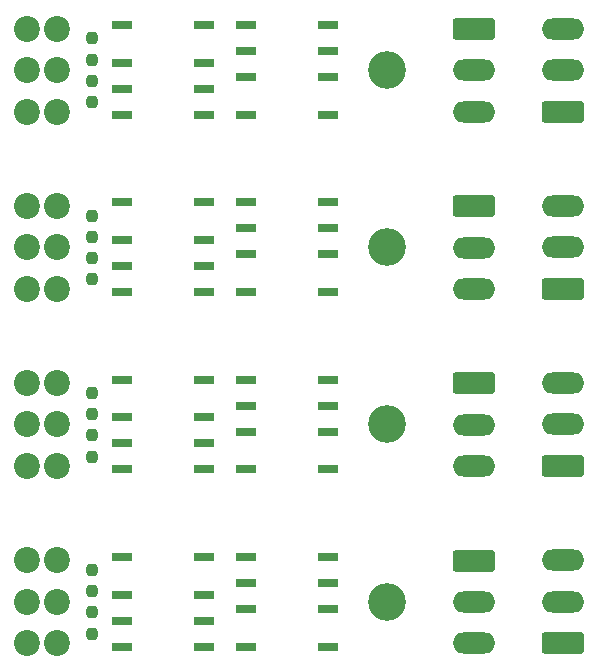
<source format=gbr>
%TF.GenerationSoftware,KiCad,Pcbnew,8.0.5*%
%TF.CreationDate,2025-06-13T10:45:04+02:00*%
%TF.ProjectId,doubleRelayExtensionSMD,646f7562-6c65-4526-956c-617945787465,rev?*%
%TF.SameCoordinates,Original*%
%TF.FileFunction,Soldermask,Top*%
%TF.FilePolarity,Negative*%
%FSLAX46Y46*%
G04 Gerber Fmt 4.6, Leading zero omitted, Abs format (unit mm)*
G04 Created by KiCad (PCBNEW 8.0.5) date 2025-06-13 10:45:04*
%MOMM*%
%LPD*%
G01*
G04 APERTURE LIST*
G04 Aperture macros list*
%AMRoundRect*
0 Rectangle with rounded corners*
0 $1 Rounding radius*
0 $2 $3 $4 $5 $6 $7 $8 $9 X,Y pos of 4 corners*
0 Add a 4 corners polygon primitive as box body*
4,1,4,$2,$3,$4,$5,$6,$7,$8,$9,$2,$3,0*
0 Add four circle primitives for the rounded corners*
1,1,$1+$1,$2,$3*
1,1,$1+$1,$4,$5*
1,1,$1+$1,$6,$7*
1,1,$1+$1,$8,$9*
0 Add four rect primitives between the rounded corners*
20,1,$1+$1,$2,$3,$4,$5,0*
20,1,$1+$1,$4,$5,$6,$7,0*
20,1,$1+$1,$6,$7,$8,$9,0*
20,1,$1+$1,$8,$9,$2,$3,0*%
G04 Aperture macros list end*
%ADD10C,3.200000*%
%ADD11RoundRect,0.237500X0.237500X-0.250000X0.237500X0.250000X-0.237500X0.250000X-0.237500X-0.250000X0*%
%ADD12RoundRect,0.250000X-1.550000X0.650000X-1.550000X-0.650000X1.550000X-0.650000X1.550000X0.650000X0*%
%ADD13O,3.600000X1.800000*%
%ADD14C,2.200000*%
%ADD15R,1.800000X0.800000*%
%ADD16RoundRect,0.237500X-0.237500X0.250000X-0.237500X-0.250000X0.237500X-0.250000X0.237500X0.250000X0*%
%ADD17RoundRect,0.250000X1.550000X-0.650000X1.550000X0.650000X-1.550000X0.650000X-1.550000X-0.650000X0*%
G04 APERTURE END LIST*
D10*
%TO.C,REF\u002A\u002A*%
X136000000Y-78500000D03*
%TD*%
D11*
%TO.C,R3*%
X110998000Y-51214000D03*
X110998000Y-49389000D03*
%TD*%
D12*
%TO.C,J12*%
X143357500Y-90017500D03*
D13*
X143357500Y-93517500D03*
X143357500Y-97017500D03*
%TD*%
D14*
%TO.C,J2*%
X108000000Y-52000000D03*
X105500000Y-52000000D03*
X108000000Y-48500000D03*
X105500000Y-48500000D03*
X108000000Y-45000000D03*
X105500000Y-45000000D03*
%TD*%
D15*
%TO.C,K5*%
X131000000Y-82300000D03*
X131000000Y-79100000D03*
X131000000Y-76900000D03*
X131000000Y-74700000D03*
X124000000Y-74700000D03*
X124000000Y-76900000D03*
X124000000Y-79100000D03*
X124000000Y-82300000D03*
%TD*%
D16*
%TO.C,R4*%
X110998000Y-45809500D03*
X110998000Y-47634500D03*
%TD*%
D12*
%TO.C,J9*%
X143357500Y-75017500D03*
D13*
X143357500Y-78517500D03*
X143357500Y-82017500D03*
%TD*%
D15*
%TO.C,K8*%
X113500000Y-89700000D03*
X113500000Y-92900000D03*
X113500000Y-95100000D03*
X113500000Y-97300000D03*
X120500000Y-97300000D03*
X120500000Y-95100000D03*
X120500000Y-92900000D03*
X120500000Y-89700000D03*
%TD*%
%TO.C,K4*%
X113500000Y-44700000D03*
X113500000Y-47900000D03*
X113500000Y-50100000D03*
X113500000Y-52300000D03*
X120500000Y-52300000D03*
X120500000Y-50100000D03*
X120500000Y-47900000D03*
X120500000Y-44700000D03*
%TD*%
D16*
%TO.C,R2*%
X110998000Y-60809500D03*
X110998000Y-62634500D03*
%TD*%
D17*
%TO.C,J11*%
X150857500Y-97000000D03*
D13*
X150857500Y-93500000D03*
X150857500Y-90000000D03*
%TD*%
D15*
%TO.C,K6*%
X113500000Y-74700000D03*
X113500000Y-77900000D03*
X113500000Y-80100000D03*
X113500000Y-82300000D03*
X120500000Y-82300000D03*
X120500000Y-80100000D03*
X120500000Y-77900000D03*
X120500000Y-74700000D03*
%TD*%
D11*
%TO.C,R7*%
X110998000Y-96214000D03*
X110998000Y-94389000D03*
%TD*%
D17*
%TO.C,J3*%
X150857500Y-52000000D03*
D13*
X150857500Y-48500000D03*
X150857500Y-45000000D03*
%TD*%
D14*
%TO.C,J7*%
X108000000Y-82000000D03*
X105500000Y-82000000D03*
X108000000Y-78500000D03*
X105500000Y-78500000D03*
X108000000Y-75000000D03*
X105500000Y-75000000D03*
%TD*%
D17*
%TO.C,J4*%
X150857500Y-67000000D03*
D13*
X150857500Y-63500000D03*
X150857500Y-60000000D03*
%TD*%
D15*
%TO.C,K3*%
X131000000Y-52300000D03*
X131000000Y-49100000D03*
X131000000Y-46900000D03*
X131000000Y-44700000D03*
X124000000Y-44700000D03*
X124000000Y-46900000D03*
X124000000Y-49100000D03*
X124000000Y-52300000D03*
%TD*%
D17*
%TO.C,J8*%
X150857500Y-82000000D03*
D13*
X150857500Y-78500000D03*
X150857500Y-75000000D03*
%TD*%
D16*
%TO.C,R8*%
X110998000Y-90809500D03*
X110998000Y-92634500D03*
%TD*%
D10*
%TO.C,REF\u002A\u002A*%
X136000000Y-48500000D03*
%TD*%
D15*
%TO.C,K2*%
X113500000Y-59700000D03*
X113500000Y-62900000D03*
X113500000Y-65100000D03*
X113500000Y-67300000D03*
X120500000Y-67300000D03*
X120500000Y-65100000D03*
X120500000Y-62900000D03*
X120500000Y-59700000D03*
%TD*%
D11*
%TO.C,R1*%
X110998000Y-66214000D03*
X110998000Y-64389000D03*
%TD*%
D10*
%TO.C,REF\u002A\u002A*%
X136000000Y-93500000D03*
%TD*%
D11*
%TO.C,R5*%
X110998000Y-81214000D03*
X110998000Y-79389000D03*
%TD*%
D14*
%TO.C,J10*%
X108000000Y-97000000D03*
X105500000Y-97000000D03*
X108000000Y-93500000D03*
X105500000Y-93500000D03*
X108000000Y-90000000D03*
X105500000Y-90000000D03*
%TD*%
%TO.C,J1*%
X108000000Y-67000000D03*
X105500000Y-67000000D03*
X108000000Y-63500000D03*
X105500000Y-63500000D03*
X108000000Y-60000000D03*
X105500000Y-60000000D03*
%TD*%
D15*
%TO.C,K1*%
X131000000Y-67300000D03*
X131000000Y-64100000D03*
X131000000Y-61900000D03*
X131000000Y-59700000D03*
X124000000Y-59700000D03*
X124000000Y-61900000D03*
X124000000Y-64100000D03*
X124000000Y-67300000D03*
%TD*%
D16*
%TO.C,R6*%
X110998000Y-75809500D03*
X110998000Y-77634500D03*
%TD*%
D12*
%TO.C,J6*%
X143357500Y-45017500D03*
D13*
X143357500Y-48517500D03*
X143357500Y-52017500D03*
%TD*%
D12*
%TO.C,J5*%
X143357500Y-60017500D03*
D13*
X143357500Y-63517500D03*
X143357500Y-67017500D03*
%TD*%
D15*
%TO.C,K7*%
X131000000Y-97300000D03*
X131000000Y-94100000D03*
X131000000Y-91900000D03*
X131000000Y-89700000D03*
X124000000Y-89700000D03*
X124000000Y-91900000D03*
X124000000Y-94100000D03*
X124000000Y-97300000D03*
%TD*%
D10*
%TO.C,REF\u002A\u002A*%
X136000000Y-63500000D03*
%TD*%
M02*

</source>
